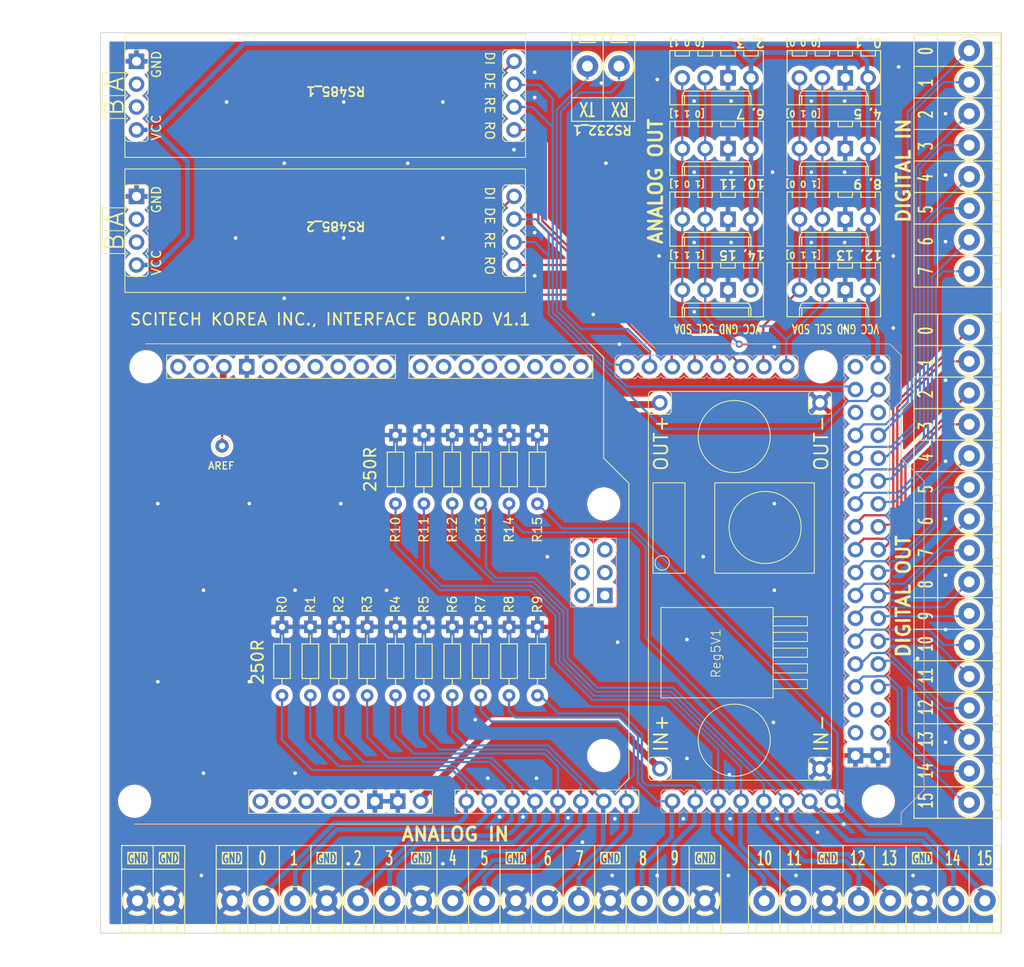
<source format=kicad_pcb>
(kicad_pcb (version 20221018) (generator pcbnew)

  (general
    (thickness 1.6)
  )

  (paper "A4")
  (layers
    (0 "F.Cu" signal)
    (31 "B.Cu" signal)
    (32 "B.Adhes" user "B.Adhesive")
    (33 "F.Adhes" user "F.Adhesive")
    (34 "B.Paste" user)
    (35 "F.Paste" user)
    (36 "B.SilkS" user "B.Silkscreen")
    (37 "F.SilkS" user "F.Silkscreen")
    (38 "B.Mask" user)
    (39 "F.Mask" user)
    (40 "Dwgs.User" user "User.Drawings")
    (41 "Cmts.User" user "User.Comments")
    (42 "Eco1.User" user "User.Eco1")
    (43 "Eco2.User" user "User.Eco2")
    (44 "Edge.Cuts" user)
    (45 "Margin" user)
    (46 "B.CrtYd" user "B.Courtyard")
    (47 "F.CrtYd" user "F.Courtyard")
    (48 "B.Fab" user)
    (49 "F.Fab" user)
    (50 "User.1" user)
    (51 "User.2" user)
    (52 "User.3" user)
    (53 "User.4" user)
    (54 "User.5" user)
    (55 "User.6" user)
    (56 "User.7" user)
    (57 "User.8" user)
    (58 "User.9" user)
  )

  (setup
    (stackup
      (layer "F.SilkS" (type "Top Silk Screen"))
      (layer "F.Paste" (type "Top Solder Paste"))
      (layer "F.Mask" (type "Top Solder Mask") (thickness 0.01))
      (layer "F.Cu" (type "copper") (thickness 0.035))
      (layer "dielectric 1" (type "core") (thickness 1.51) (material "FR4") (epsilon_r 4.5) (loss_tangent 0.02))
      (layer "B.Cu" (type "copper") (thickness 0.035))
      (layer "B.Mask" (type "Bottom Solder Mask") (thickness 0.01))
      (layer "B.Paste" (type "Bottom Solder Paste"))
      (layer "B.SilkS" (type "Bottom Silk Screen"))
      (copper_finish "None")
      (dielectric_constraints no)
    )
    (pad_to_mask_clearance 0)
    (aux_axis_origin 150 0)
    (pcbplotparams
      (layerselection 0x00010fc_ffffffff)
      (plot_on_all_layers_selection 0x0000000_00000000)
      (disableapertmacros false)
      (usegerberextensions false)
      (usegerberattributes true)
      (usegerberadvancedattributes true)
      (creategerberjobfile true)
      (dashed_line_dash_ratio 12.000000)
      (dashed_line_gap_ratio 3.000000)
      (svgprecision 4)
      (plotframeref false)
      (viasonmask false)
      (mode 1)
      (useauxorigin false)
      (hpglpennumber 1)
      (hpglpenspeed 20)
      (hpglpendiameter 15.000000)
      (dxfpolygonmode true)
      (dxfimperialunits true)
      (dxfusepcbnewfont true)
      (psnegative false)
      (psa4output false)
      (plotreference true)
      (plotvalue true)
      (plotinvisibletext false)
      (sketchpadsonfab false)
      (subtractmaskfromsilk false)
      (outputformat 1)
      (mirror false)
      (drillshape 0)
      (scaleselection 1)
      (outputdirectory "gerber/")
    )
  )

  (net 0 "")
  (net 1 "TX1")
  (net 2 "EN_485_1")
  (net 3 "RX1")
  (net 4 "TX2")
  (net 5 "A00")
  (net 6 "A01")
  (net 7 "A02")
  (net 8 "A03")
  (net 9 "A04")
  (net 10 "A05")
  (net 11 "A06")
  (net 12 "A07")
  (net 13 "A08")
  (net 14 "A09")
  (net 15 "A10")
  (net 16 "A11")
  (net 17 "A12")
  (net 18 "A13")
  (net 19 "A14")
  (net 20 "A15")
  (net 21 "VIN")
  (net 22 "AREF")
  (net 23 "GND")
  (net 24 "DO_00")
  (net 25 "DO_01")
  (net 26 "DO_02")
  (net 27 "DO_03")
  (net 28 "DO_04")
  (net 29 "DO_05")
  (net 30 "DO_06")
  (net 31 "DO_07")
  (net 32 "DO_08")
  (net 33 "DO_09")
  (net 34 "DO_10")
  (net 35 "DO_11")
  (net 36 "DO_12")
  (net 37 "DO_13")
  (net 38 "DO_14")
  (net 39 "DO_15")
  (net 40 "DI_00")
  (net 41 "DI_01")
  (net 42 "DI_02")
  (net 43 "DI_03")
  (net 44 "DI_04")
  (net 45 "DI_05")
  (net 46 "DI_06")
  (net 47 "DI_07")
  (net 48 "5V")
  (net 49 "SCL")
  (net 50 "SDA")
  (net 51 "EN_485_2")
  (net 52 "RX2")
  (net 53 "RX3")
  (net 54 "TX3")
  (net 55 "unconnected-(RS485_1-A-Pad6)")
  (net 56 "unconnected-(RS485_1-B-Pad7)")
  (net 57 "unconnected-(RS485_2-A-Pad6)")
  (net 58 "unconnected-(RS485_2-B-Pad7)")
  (net 59 "unconnected-(MEGA2560-PadSDA)")
  (net 60 "unconnected-(MEGA2560-PadSCL)")
  (net 61 "unconnected-(MEGA2560-SPI_SCK-PadSCK)")
  (net 62 "unconnected-(MEGA2560-SPI_RESET-PadRST2)")
  (net 63 "unconnected-(MEGA2560-RESET-PadRST1)")
  (net 64 "unconnected-(MEGA2560-SPI_MOSI-PadMOSI)")
  (net 65 "unconnected-(MEGA2560-SPI_MISO-PadMISO)")
  (net 66 "unconnected-(MEGA2560-IOREF-PadIORF)")
  (net 67 "unconnected-(MEGA2560-SPI_GND-PadGND4)")
  (net 68 "unconnected-(MEGA2560-D53_CS-PadD53)")
  (net 69 "unconnected-(MEGA2560-D52_SCK-PadD52)")
  (net 70 "unconnected-(MEGA2560-D51_MOSI-PadD51)")
  (net 71 "unconnected-(MEGA2560-D50_MISO-PadD50)")
  (net 72 "unconnected-(MEGA2560-PadD13)")
  (net 73 "unconnected-(MEGA2560-PadD12)")
  (net 74 "unconnected-(MEGA2560-PadD11)")
  (net 75 "unconnected-(MEGA2560-PadD10)")
  (net 76 "unconnected-(MEGA2560-PadD9)")
  (net 77 "unconnected-(MEGA2560-PadD8)")
  (net 78 "unconnected-(MEGA2560-PadD7)")
  (net 79 "unconnected-(MEGA2560-PadD6)")
  (net 80 "unconnected-(MEGA2560-PadD5)")
  (net 81 "unconnected-(MEGA2560-PadD4)")
  (net 82 "unconnected-(MEGA2560-D3_INT1-PadD3)")
  (net 83 "unconnected-(MEGA2560-D2_INT0-PadD2)")
  (net 84 "unconnected-(MEGA2560-D1{slash}TX0-PadD1)")
  (net 85 "unconnected-(MEGA2560-D0{slash}RX0-PadD0)")
  (net 86 "unconnected-(MEGA2560-5V-Pad5V3)")
  (net 87 "unconnected-(MEGA2560-SPI_5V-Pad5V2)")
  (net 88 "unconnected-(MEGA2560-5V-Pad5V1)")
  (net 89 "unconnected-(MEGA2560-3.3V-Pad3V3)")
  (net 90 "LED_2")
  (net 91 "LED_1")

  (footprint "ScitechKorea:Holder485" (layer "F.Cu") (at 125.91 70.8 90))

  (footprint "TestPoint:TestPoint_THTPad_D1.5mm_Drill0.7mm" (layer "F.Cu") (at 93.5 105.9 180))

  (footprint "ScitechKorea:Terminal_08" (layer "F.Cu") (at 153.675 156.4))

  (footprint "Resistor_THT:R_Axial_DIN0204_L3.6mm_D1.6mm_P7.62mm_Horizontal" (layer "F.Cu") (at 122.2 112.31 90))

  (footprint "Resistor_THT:R_Axial_DIN0204_L3.6mm_D1.6mm_P7.62mm_Horizontal" (layer "F.Cu") (at 119.05 112.31 90))

  (footprint "ScitechKorea:Terminal_02" (layer "F.Cu") (at 137.45 63.72 180))

  (footprint "Resistor_THT:R_Axial_DIN0204_L3.6mm_D1.6mm_P7.62mm_Horizontal" (layer "F.Cu") (at 125.35 112.31 90))

  (footprint "ScitechKorea:Holder485" (layer "F.Cu") (at 125.91 85.8 90))

  (footprint "Resistor_THT:R_Axial_DIN0204_L3.6mm_D1.6mm_P7.62mm_Horizontal" (layer "F.Cu") (at 115.9 133.61 90))

  (footprint "Resistor_THT:R_Axial_DIN0204_L3.6mm_D1.6mm_P7.62mm_Horizontal" (layer "F.Cu") (at 128.5 133.61 90))

  (footprint "ScitechKorea:I2C_Socket" (layer "F.Cu") (at 144.58 88.57))

  (footprint "ScitechKorea:Terminal_16" (layer "F.Cu") (at 94.6 156.4))

  (footprint "Resistor_THT:R_Axial_DIN0204_L3.6mm_D1.6mm_P7.62mm_Horizontal" (layer "F.Cu") (at 122.2 133.61 90))

  (footprint "Resistor_THT:R_Axial_DIN0204_L3.6mm_D1.6mm_P7.62mm_Horizontal" (layer "F.Cu") (at 125.35 133.61 90))

  (footprint "ScitechKorea:Terminal_16" (layer "F.Cu")
    (tstamp 82ba54e0-d9a3-4eb8-b16f-836390da95cf)
    (at 176.425 145.5 90)
    (property "Sheetfile" "megaPCB.kicad_sch")
    (property "Sheetname" "")
    (property "ki_description" "Generic screw terminal, single row, 01x16, script generated (kicad-library-utils/schlib/autogen/connector/)")
    (property "ki_keywords" "screw terminal")
    (path "/0a22604f-efdc-4349-aaa6-b8dfcb193ce4")
    (attr through_hole)
    (fp_text reference "J2" (at -6.1 -7.9 90 unlocked) (layer "F.SilkS") hide
        (effects (font (size 1 1) (thickness 0.1)))
      (tstamp 35139d77-017b-4936-a9a1-66e6e30b1ba5)
    )
    (fp_text value "Screw_Terminal_01x16" (at -6.1 -6.4 90 unlocked) (layer "F.Fab") hide
        (effects (font (size 1 1) (thickness 0.15)))
      (tstamp 93890ad7-21bd-4a77-93b8-0e8f63e71015)
    )
    (fp_text user "${REFERENCE}" (at -2.8 2.675 90) (layer "F.Fab")
        (effects (font (size 1 1) (thickness 0.15)))
      (tstamp 8269f258-0b3e-4053-9114-db944b6aed70)
    )
    (fp_line (start -1.75 -6.125) (end 54.25 -6.125)
      (stroke (width 0.12) (type solid)) (layer "F.SilkS") (tstamp 9c5f033d-d241-4000-a32f-090f75ffdff6))
    (fp_line (start -1.75 -3.5) (end -1.75 -6.125)
      (stroke (width 0.12) (type solid)) (layer "F.SilkS") (tstamp fa2a6b58-ada3-434c-86e3-235226c9d242))
    (fp_line (start -1.75 -3.5) (end -1.75 3.5)
      (stroke (width 0.12) (type solid)) (layer "F.SilkS") (tstamp f1329992-4e37-4aa2-be6a-064554492d32))
    (fp_line (start -1.75 -3.5) (end 54.25 -3.5)
      (stroke (width 0.12) (type solid)) (layer "F.SilkS") (tstamp 08afdbf9-77c4-4ca3-b46a-fd317d091ac7))
    (fp_line (start -1.75 3.5) (end 54.25 3.5)
      (stroke (width 0.12) (type solid)) (layer "F.SilkS") (tstamp 23e66bb2-a647-48c5-8542-2599a0247bb2))
    (fp_line (start -0.875 2.625) (end 0.875 2.625)
      (stroke (width 0.12) (type solid)) (layer "F.SilkS") (tstamp 7bcad752-1c77-423c-8841-cf588c73dd16))
    (fp_line (start -0.875 3.5) (end -0.875 2.625)
      (stroke (width 0.12) (type solid)) (layer "F.SilkS") (tstamp d8a86204-da31-428a-91a6-d84aa8e06daf))
    (fp_line (start 0.875 2.625) (end 0.875 3.5)
      (stroke (width 0.12) (type solid)) (layer "F.SilkS") (tstamp a94d1be1-5d3e-4478-9b9b-3df263765cc1))
    (fp_line (start 1.75 -6.125) (end 1.75 3.5)
      (stroke (width 0.12) (type solid)) (layer "F.SilkS") (tstamp 39051a52-0297-462a-99a8-cf2cb412fac7))
    (fp_line (start 2.625 2.625) (end 4.375 2.625)
      (stroke (width 0.12) (type solid)) (layer "F.SilkS") (tstamp 41b611a5-cb82-4f6a-a8dd-c4d07dc3d7db))
    (fp_line (start 2.625 3.5) (end 2.625 2.625)
      (stroke (width 0.12) (type solid)) (layer "F.SilkS") (tstamp dd18f381-2044-4e35-bd7a-8858ecab9fb5))
    (fp_line (start 4.375 2.625) (end 4.375 3.5)
      (stroke (width 0.12) (type solid)) (layer "F.SilkS") (tstamp 54f65a5a-ea43-4226-811e-82dac2064cc5))
    (fp_line (start 5.25 -6.125) (end 5.25 3.5)
      (stroke (width 0.12) (type solid)) (layer "F.SilkS") (tstamp 5fd48d34-d535-42a1-9176-5438df76bf51))
    (fp_line (start 6.125 2.625) (end 7.875 2.625)
      (stroke (width 0.12) (type solid)) (layer "F.SilkS") (tstamp 3ef2a0c3-9b14-49a7-ac23-6801ec6d404b))
    (fp_line (start 6.125 3.5) (end 6.125 2.625)
      (stroke (width 0.12) (type solid)) (layer "F.SilkS") (tstamp 03734158-0007-4fca-b6ab-d7c9a78dbad7))
    (fp_line (start 7.875 2.625) (end 7.875 3.5)
      (stroke (width 0.12) (type solid)) (layer "F.SilkS") (tstamp 3ddb5a8d-b4b5-4ef5-b2f1-09bcba19b399))
    (fp_line (start 8.75 -6.125) (end 8.75 3.5)
      (stroke (width 0.12) (type solid)) (layer "F.SilkS") (tstamp e317076b-2557-4fe8-a1ed-a1347e4bf7b7))
    (fp_line (start 9.625 2.625) (end 11.375 2.625)
      (stroke (width 0.12) (type solid)) (layer "F.SilkS") (tstamp d4978c4a-92c1-4dc7-a7b4-5a066d5ef432))
    (fp_line (start 9.625 3.5) (end 9.625 2.625)
      (stroke (width 0.12) (type solid)) (layer "F.SilkS") (tstamp c7b410bc-867a-4697-85a8-55393135f722))
    (fp_line (start 11.375 2.625) (end 11.375 3.5)
      (stroke (width 0.12) (type solid)) (layer "F.SilkS") (tstamp eabd3541-4b7a-4774-bd1a-91098f91bc43))
    (fp_line (start 12.25 -6.125) (end 12.25 3.5)
      (stroke (width 0.12) (type solid)) (layer "F.SilkS") (tstamp 0fa236aa-a9bb-4d98-acb6-eb3f057204c6))
    (fp_line (start 13.125 2.625) (end 14.875 2.625)
      (stroke (width 0.12) (type solid)) (layer "F.SilkS") (tstamp 9daa59bb-fcc1-4689-9df8-6861d7bafa28))
    (fp_line (start 13.125 3.5) (end 13.125 2.625)
      (stroke (width 0.12) (type solid)) (layer "F.SilkS") (tstamp 100d3f62-6421-4fbf-8b48-ae523f4863df))
    (fp_line (start 14.875 2.625) (end 14.875 3.5)
      (stroke (width 0.12) (type solid)) (layer "F.SilkS") (tstamp 5f44dbb4-6745-4f50-94a1-c7f9a7692501))
    (fp_line (start 15.75 -6.125) (end 15.75 3.5)
      (stroke (width 0.12) (type solid)) (layer "F.SilkS") (tstamp c1e67808-6184-4080-b8fc-e4b55592a3bb))
    (fp_line (start 16.625 2.625) (end 18.375 2.625)
      (stroke (width 0.12) (type solid)) (layer "F.SilkS") (tstamp 9c14edec-02ea-4096-841c-4d76e66a6d1b))
    (fp_line (start 16.625 3.5) (end 16.625 2.625)
      (stroke (width 0.12) (type solid)) (layer "F.SilkS") (tstamp d91e5d51-e674-48e2-adbf-54d64b69ba58))
    (fp_line (start 18.375 2.625) (end 18.375 3.5)
      (stroke (width 0.12) (type solid)) (layer "F.SilkS") (tstamp 43bf2c1d-7305-48c8-a2ee-614b71544ad8))
    (fp_line (start 19.25 -6.125) (end 19.25 3.5)
      (stroke (width 0.12) (type solid)) (layer "F.SilkS") (tstamp 5aafc7eb-62af-48f2-9c21-1dfe0d25b4c6))
    (fp_line (start 20.125 2.625) (end 21.875 2.625)
      (stroke (width 0.12) (type solid)) (layer "F.SilkS") (tstamp a4cca183-6c7c-41ec-830b-04b493464aa8))
    (fp_line (start 20.125 3.5) (end 20.125 2.625)
      (stroke (width 0.12) (type solid)) (layer "F.SilkS") (tstamp 839d9fff-93d4-4f9b-83d1-dab7c03c3bfc))
    (fp_line (start 21.875 2.625) (end 21.875 3.5)
      (stroke (width 0.12) (type solid)) (layer "F.SilkS") (tstamp 832a0668-8221-44e1-87af-2382bbcd4538))
    (fp_line (start 22.75 -6.125) (end 22.75 3.5)
      (stroke (width 0.12) (type solid)) (layer "F.SilkS") (tstamp de920423-d1c2-43c2-9d03-2cfc8c22c86f))
    (fp_line (start 23.625 2.625) (end 25.375 2.625)
      (stroke (width 0.12) (type solid)) (layer "F.SilkS") (tstamp e0dab445-9eec-4697-8bde-28cb65a64bb3))
    (fp_line (start 23.625 3.5) (end 23.625 2.625)
      (stroke (width 0.12) (type solid)) (layer "F.SilkS") (tstamp d845520d-a4fb-46b8-9f82-4ba8c38a36ff))
    (fp_line (start 25.375 2.625) (end 25.375 3.5)
      (stroke (width 0.12) (type solid)) (layer "F.SilkS") (tstamp dc883ddd-ee99-439a-a18a-75c980c6ee52))
    (fp_line (start 26.25 -6.125) (end 26.25 3.5)
      (stroke (width 0.12) (type solid)) (layer "F.SilkS") (tstamp c8fc3096-e7c1-4307-92c8-6ff448634727))
    (fp_line (start 27.125 2.625) (end 28.875 2.625)
      (stroke (width 0.12) (type solid)) (layer "F.SilkS") (tstamp 4097f69e-2bd5-412f-9a42-ed32adc2deb6))
    (fp_line (start 27.125 3.5) (end 27.125 2.625)
      (stroke (width 0.12) (type solid)) (layer "F.SilkS") (tstamp b156c731-2857-4292-a096-39d5cde6b472))
    (fp_line (start 28.875 2.625) (end 28.875 3.5)
      (stroke (width 0.12) (type solid)) (layer "F.SilkS") (tstamp 84c688f7-b3d5-430d-b6fa-fde2039f361d))
    (fp_line (start 29.75 -6.125) (end 29.75 3.5)
      (stroke (width 0.12) (type solid)) (layer "F.SilkS") (tstamp 5d4a4e7e-4223-4afa-a2d4-58d36a4f3128))
    (fp_line (start 30.625 2.625) (end 32.375 2.625)
      (stroke (width 0.12) (type solid)) (layer "F.SilkS") (tstamp 869b418d-cf9c-415a-bbca-f6fad4fad2a4))
    (fp_line (start 30.625 3.5) (end 30.625 2.625)
      (stroke (width 0.12) (type solid)) (layer "F.SilkS") (tstamp 247d828d-2ea6-45c5-9e55-ce3612b0f0cc))
    (fp_line (start 32.375 2.625) (end 32.375 3.5)
      (stroke (width 0.12) (type solid)) (layer "F.SilkS") (tstamp dcd7fb77-9231-461a-8acc-a95f314b4bfb))
    (fp_line (start 33.25 -6.125) (end 33.25 2.625)
      (stroke (width 0.12) (type solid)) (layer "F.SilkS") (tstamp ff47d419-5157-4c74-afe8-77da9f644c22))
    (fp_line (start 33.25 2.625) (end 33.25 3.5)
      (stroke (width 0.12) (type solid)) (layer "F.SilkS") (tstamp 338473d0-0455-4e88-aecc-9bc082d26e44))
    (fp_line (start 34.125 2.625) (end 35.875 2.625)
      (stroke (width 0.12) (type solid)) (layer "F.SilkS") (tstamp 45b540ca-6199-4142-861e-562714fef5e7))
    (fp_line (start 34.125 3.5) (end 34.125 2.625)
      (stroke (width 0.12) (type solid)) (layer "F.SilkS") (tstamp aa05f9a2-c1c3-4d93-9cba-5e84f0ae13bf))
    (fp_line (start 35.875 2.625) (end 35.875 3.5)
      (stroke (width 0.12) (type solid)) (layer "F.SilkS") (tstamp a6822e40-10ee-46e7-bcd8-c4939121af94))
    (fp_line (start 36.75 -6.125) (end 36.75 3.5)
      (stroke (width 0.12) (type solid)) (layer "F.SilkS") (tstamp 94d5e88a-4c6a-4786-8949-6e99ec7ba43d))
    (fp_line (start 37.625 2.625) (end 39.375 2.625)
      (stroke (width 0.12) (type solid)) (layer "F.SilkS") (tstamp 7465fb52-1638-4e88-8123-c5605d4b4eed))
    (fp_line (start 37.625 3.5) (end 37.625 2.625)
      (stroke (width 0.12) (type solid)) (layer "F.SilkS") (tstamp f490ef13-9e19-4f75-bdd3-d58e610e16fc))
    (fp_line (start 39.375 2.625) (end 39.375 3.5)
      (stroke (width 0.12) (type solid)) (layer "F.SilkS") (tstamp 124c379f-3596-489e-aaf3-9558ddc43a34))
    (fp_line (start 40.25 -6.125) (end 40.25 3.5)
      (stroke (width 0.12) (type solid)) (layer "F.SilkS") (tstamp 2769c7d6-dd36-423c-98a9-1f4136f2b50c))
    (fp_line (start 41.125 2.625) (end 42.875 2.625)
      (stroke (width 0.12) (type solid)) (layer "F.SilkS") (tstamp ce4a8778-611d-49fa-b67c-51ebc598ba18))
    (fp_line (start 41.125 3.5) (end 41.125 2.625)
      (stroke (width 0.12) (type solid)) (layer "F.SilkS") (tstamp 24b37d74-50ec-49e7-bfc0-2c6535f43ec9))
    (fp_line (start 42.875 2.625) (end 42.875 3.5)
      (stroke (width 0.12) (type solid)) (layer "F.SilkS") (tstamp 1da8847e-7d75-4496-9436-5d3602261fa2))
    (fp_line (start 43.75 -6.125) (end 43.75 3.5)
      (stroke (width 0.12) (type solid)) (layer "F.SilkS") (tstamp d5b4ffe8-4352-4008-9e7f-f26a303ed51b))
    (fp_line (start 44.625 2.625) (end 46.375 2.625)
      (stroke (width 0.12) (type solid)) (layer "F.SilkS") (tstamp e7e23770-005d-4a23-90e5-313a99a7ced7))
    (fp_line (start 44.625 3.5) (end 44.625 2.625)
      (stroke (width 0.12) (type solid)) (layer "F.SilkS") (tstamp b2a80f35-14d9-4492-a310-4ffaf2bab03f))
    (fp_line (start 46.375 2.625) (end 46.375 3.5)
      (stroke (width 0.12) (type solid)) (layer "F.SilkS") (tstamp ad71e2e2-002a-4767-a604-9ff80be10e30))
    (fp_line (start 47.25 -6.125) (end 47.25 3.5)
      (stroke (width 0.12) (type solid)) (layer "F.SilkS") (tstamp a08a2bd5-329d-42c2-95f3-3f1ef234894c))
    (fp_line (start 48.125 2.625) (end 49.875 2.625)
      (stroke (width 0.12) (type solid)) (layer "F.SilkS") (tstamp 5afa3da2-16a3-48fb-af80-244ee313faf1))
    (fp_line (start 48.125 3.5) (end 48.125 2.625)
      (stroke (width 0.12) (type solid)) (layer "F.SilkS") (tstamp 5d1090ba-14cb-4b14-b19e-7bd00c30843e))
    (fp_line (start 49.875 2.625) (end 49.875 3.5)
      (stroke (width 0.12) (type solid)) (layer "F.SilkS") (tstamp aac39643-3e1f-41fe-ae9f-0c3f4ff1f7aa))
    (fp_line (start 50.75 -6.125) (end 50.75 3.5)
      (stroke (width 0.12) (type solid)) (layer "F.SilkS") (tstamp 4ef3c708-98fa-4e56-9f1a-38f5cf6827a8))
    (fp_line (start 51.625 2.625) (end 53.375 2.625)
      (stroke (width 0.12) (type solid)) (layer "F.SilkS") (tstamp 41c5a88a-eedf-4247-857b-c0c7dd78860b))
    (fp_line (start 51.625 3.5) (end 51.625 2.625)
      (stroke (width 0.12) (type solid)) (layer "F.SilkS") (tstamp fb8b4ab5-ad2b-4253-8fdb-4301eb34ed3d))
    (fp_line (start 53.375 2.625) (end 53.375 3.5)
      (stroke (width 0.12) (type solid)) (layer "F.SilkS") (tstamp 7d30b97c-2b05-43bb-b1f3-2aaeb86c5654))
    (fp_line (start 54.25 -6.125) (end 54.25 -3.5)
      (stroke (width 0.12) (type solid)) (layer "F.SilkS") (tstamp 0c9725be-1871-42f2-8589-f67095bcb3e7))
    (fp_line (start 54.25 -3.5) (end 54.25 3.5)
      (stroke (width 0.12) (type solid)) (layer "F.SilkS") (tstamp e31b8b4a-8d54-4218-85c0-ef7d3321d5da))
    (fp_circle (center 0 0.0056) (end 1.555 0.0056)
      (stroke (width 0.12) (type solid)) (fill none) (layer "F.SilkS") (tstamp 82c82b69-b45a-4f78-955e-a57d0a43f427))
    (fp_circle (center 3.5 0) (end 5.055 0)
      (stroke (width 0.12) (type solid)) (fill none) (layer "F.SilkS") (tstamp cd9eee93-0c34-4e66-b426-5e8835b2b909))
    (fp_circle (center 7 0) (end 8.555 0)
      (stroke (width 0.12) (type solid)) (fill none) (layer "F.SilkS") (tstamp 1227902c-32b3-4fc2-b7a1-1479471a8285))
    (fp_circle (center 10.5 0) (end 12.055 0)
      (stroke (width 0.12) (type solid)) (fill none) (layer "F.SilkS") (tstamp 6a56f6b2-a6ea-48e0-a5e5-a8de2ee17645))
    (fp_circle (center 14 0) (end 15.555 0)
      (stroke (width 0.12) (type solid)) (fill none) (layer "F.SilkS") (tstamp 4d9b7b41-f46e-4b83-a22a-0c48357d4435))
    (fp_circle (center 17.5 0) (end 19.055 0)
      (stroke (width 0.12) (type solid)) (fill none) (layer "F.SilkS") (tstamp 1be20118-1c88-4c09-9bde-ec56484dbfc1))
    (fp_circle (center 21 0) (end 22.555 0)
      (stroke (width 0.12) (type solid)) (fill none) (layer "F.SilkS") (tstamp 76829dd2-5d7c-4871-af5d-53f76ae39fe8))
    (fp_circle (center 24.5 0) (end 26.055 0)
      (stroke (width 0.12) (type solid)) (fill none) (layer "F.SilkS") (tstamp d9aacc38-4527-421d-a299-430d02c21138))
    (fp_circle (center 28 0) (end 29.555 0)
      (stroke (width 0.12) (type solid)) (fill none) (layer "F.SilkS") (tstamp d6eb423d-e7ba-4f71-985d-d2c21ab73c2d))
    (fp_circle (center 31.5 0) (end 33.055 0)
      (stroke (width 0.12) (type solid)) (fill none) (layer "F.SilkS") (tstamp b4c43937-dd61-4086-b550-f27dc809c55c))
    (fp_circle (center 35 0) (end 36.555 0)
      (stroke (width 0.12) (type solid)) (fill none) (layer "F.SilkS") (tstamp bcfd142b-d010-444b-8f74-7941f4521956))
    (fp_circle (center 38.5 0) (end 40.055 0)
      (stroke (width 0.12) (type solid)) (fill none) (layer "F.SilkS") (tstamp f9aa4e51-e847-4499-8c2c-502d3cea0c04))
    (fp_circle (center 42 0) (end 43.555 0)
      (stroke (width 0.12) (type solid)) (fill none) (layer "F.SilkS") (tstamp 7bb68415-ecbb-4646-91f6-9f5d43e53b60))
    (fp_circle (center 45.5 0) (end 47.055 0)
      (stroke (width 0.12) (type solid)) (fill none) (layer "F.SilkS") (tstamp d2a58fad-a36f-453b-9d16-4a4d0c18a5af))
    (fp_circle (center 49 0) (end 50.555 0)
      (stroke (width 0.12) (type solid)) (fill none) (layer "F.SilkS") (tstamp 8b2c6d71-0d89-4be4-919d-a063f8c3ed3a))
    (fp_circle (center 52.5 0) (end 54.055 0)
      (stroke (width 0.12) (type solid)) (fill none) (layer "F.SilkS") (tstamp 364f19b8-72c7-4cac-a70f-ee4c97f34821))
    (fp_line (start -1.85 -3.6) (end -1.85 3.6)
      (stroke (width 0.05) (type solid)) (layer "F.CrtYd") (tstamp 7cbf74ee-4acb-412f-8cad-5904fa163fde))
    (fp_line (start -1.85 3.6) (end 54.35 3.6)
      (stroke (width 0.05) (type solid)) (layer "F.CrtYd") (tstamp ac5f3a83-af8d-4a57-9f19-9f6a5176ac2f))
    (fp_line (start 54.35 -3.6) (end -1.85 -3.6)
      (stroke (width 0.05) (type solid)) (layer "F.CrtYd") (tstamp 3aebe942-7822-4582-aada-dd8f741085e8))
    (fp_line (start 54.35 3.6) (end 54.35 -3.6)
      (stroke (width 0.05) (type solid)) (layer "F.CrtYd") (tstamp 3bf6c1b1-65c7-4269-bca7-47d735440d74))
    (fp_line (start -1.7 -3.4) (end 54.2 -3.4)
      (stroke (width 0.1) (type solid)) (layer "F.Fab") (tstamp f5d54fd2-cd8d-4507-aa4b-4e07619ce1c1))
    (fp_line (start -1.7 3.4) (end -1.7 -3.4)
      (stroke (width 0.1) (type solid)) (layer "F.Fab") (tstamp 97cbe4d4-3a8a-45ae-87fe-02f2ac5d4c1b))
    (fp_line (start -1.7 3.4) (end 54.2 3.4)
      (stroke (width 0.1) (type solid)) (layer "F.Fab") (tstamp bfe3873e-0fb4-40b2-b7bd-d752391d8f69))
    (fp_line (start -1.1 -0.069) (end -0.069 -0.069)
      (stroke (width 0.1) (type solid)) (layer "F.Fab") (tstamp b4e4de86-a2e5-4225-9cbe-494d0e2b870e))
    (fp_line (start -1.1 0.069) (end -1.1 -0.069)
      (stroke (width 0.1) (type solid)) (layer "F.Fab") (tstamp 62fb1aed-8be9-4abd-99ec-7d8ca3de9985))
    (fp_line (start -0.069 -1.1) (end 0.069 -1.1)
      (stroke (width 0.1) (type solid)) (layer "F.Fab") (tstamp 344d5b70-16c9-4576-affa-9ae96d921365))
    (fp_line (start -0.069 -0.069) (end -0.069 -1.1)
      (stroke (width 0.1) (type solid)) (layer "F.Fab") (tstamp 62fdf183-6c57-4814-b188-13d289a8ecdd))
    (fp_line (start -0.069 0.069) (end -1.1 0.069)
      (stroke (width 0.1) (type solid)) (layer "F.Fab") (tstamp 1c6c1a2c-8528-4b3c-af93-7015f83ddd17))
    (fp_line (start -0.069 1.1) (end -0.069 0.069)
      (stroke (width 0.1) (type solid)) (layer "F.Fab") (tstamp e88a8d31-86ee-481f-ac94-2b08cdc013ef))
    (fp_line (start 0.069 -1.1) (end 0.069 -0.069)
      (stroke (width 0.1) (type solid)) (layer "F.Fab") (tstamp ca1d2f86-d6f8-48b3-80ea-fc75d4bf8c6d))
    (fp_line (start 0.069 -0.069) (end 1.1 -0.069)
      (stroke (width 0.1) (type solid)) (layer "F.Fab") (tstamp eef2fb05-93ad-4320-9ea8-b4ea14f3fbb1))
    (fp_line (start 0.069 0.069) (end 0.069 1.1)
      (stroke (width 0.1) (type solid)) (layer "F.Fab") (tstamp 7abfddb5-2868-4284-954c-141d7337aa41))
    (fp_line (start 0.069 1.1) (end -0.069 1.1)
      (stroke (width 0.1) (type solid)) (layer "F.Fab") (tstamp 30e0aa1d-dac7-485c-acd5-79661c5dd3e4))
    (fp_line (start 1.1 -0.069) (end 1.1 0.069)
      (stroke (width 0.1) (type solid)) (layer "F.Fab") (tstamp c012df61-b10d-4ca9-8d04-2d2dc7f4de50))
    (fp_line (start 1.1 0.069) (end 0.069 0.069)
      (stroke (width 0.1) (type solid)) (layer "F.Fab") (tstamp 2c41d123-54c1-489b-acd7-bbf2160cad7b))
    (fp_line (start 2.4 -0.069) (end 3.431 -0.069)
      (stroke (width 0.1) (type solid)) (layer "F.Fab") (tstamp d1ed4a6f-e04e-4bae-9de4-99aee704eafb))
    (fp_line (start 2.4 0.069) (end 2.4 -0.069)
      (stroke (width 0.1) (type solid)) (layer "F.Fab") (tstamp 828552fe-e919-4ffc-b6bc-78ab4c227a1a))
    (fp_line (start 3.431 -1.1) (end 3.569 -1.1)
      (stroke (width 0.1) (type solid)) (layer "F.Fab") (tstamp 98982534-21f8-4208-a059-d65d6a05db88))
    (fp_line (start 3.431 -0.069) (end 3.431 -1.1)
      (stroke (width 0.1) (type solid)) (layer "F.Fab") (tstamp 74eeed57-9d61-4ddc-92a2-a33b5817cde7))
    (fp_line (start 3.431 0.069) (end 2.4 0.069)
      (stroke (width 0.1) (type solid)) (layer "F.Fab") (tstamp d4d879a1-cbda-41e6-9168-cf7d2ce27991))
    (fp_line (start 3.431 1.1) (end 3.431 0.069)
      (stroke (width 0.1) (type solid)) (layer "F.Fab") (tstamp 04432a53-045a-4111-9961-0fbb5a53e199))
    (fp_line (start 3.569 -1.1) (end 3.569 -0.069)
      (stroke (width 0.1) (type solid)) (layer "F.Fab") (tstamp fabea8af-2c1f-4026-a69b-ca9b9a659970))
    (fp_line (start 3.569 -0.069) (end 4.6 -0.069)
      (stroke (width 0.1) (type solid)) (layer "F.Fab") (tstamp 7e30e610-d068-477c-9ee8-34221ea7b378))
    (fp_line (start 3.569 0.069) (end 3.569 1.1)
      (stroke (width 0.1) (type solid)) (layer "F.Fab") (tstamp 2007175b-0d63-4680-8345-8ddf9d0eb40b))
    (fp_line (start 3.569 1.1) (end 3.431 1.1)
      (stroke (width 0.1) (type solid)) (layer "F.Fab") (tstamp b5774d88-bde0-4a01-8781-dc0c001af9ef))
    (fp_line (start 4.6 -0.069) (end 4.6 0.069)
      (stroke (width 0.1) (type solid)) (layer "F.Fab") (tstamp 55e5f508-e5ab-4b04-ad51-408dd898e075))
    (fp_line (start 4.6 0.069) (end 3.569 0.069)
      (stroke (width 0.1) (type solid)) (layer "F.Fab") (tstamp 4adc73f0-4cf8-4875-bba3-27c23a802d5a))
    (fp_line (start 5.9 -0.069) (end 6.931 -0.069)
      (stroke (width 0.1) (type solid)) (layer "F.Fab") (tstamp f66473c3-18fa-4b9c-8745-a5bf1bbd658a))
    (fp_line (start 5.9 0.069) (end 5.9 -0.069)
      (stroke (width 0.1) (type solid)) (layer "F.Fab") (tstamp 0c4e5d5d-e4d3-4b04-a45a-83fdd0a3f021))
    (fp_line (start 6.931 -1.1) (end 7.069 -1.1)
      (stroke (width 0.1) (type solid)) (layer "F.Fab") (tstamp 5210df8d-f3df-4677-831a-ed8c0554329a))
    (fp_line (start 6.931 -0.069) (end 6.931 -1.1)
      (stroke (width 0.1) (type solid)) (layer "F.Fab") (tstamp 51791ff4-0bd5-4533-9f6e-da00407211d3))
    (fp_line (start 6.931 0.069) (end 5.9 0.069)
      (stroke (width 0.1) (type solid)) (layer "F.Fab") (tstamp 26a3db4a-e96e-4723-8a81-9b22de359164))
    (fp_line (start 6.931 1.1) (end 6.931 0.069)
      (stroke (width 0.1) (type solid)) (layer "F.Fab") (tstamp f136981d-db64-49c7-a745-8d965fd0084f))
    (fp_line (start 7.069 -1.1) (end 7.069 -0.069)
      (stroke (width 0.1) (type solid)) (layer "F.Fab") (tstamp 30e15d00-5020-4238-ab54-9e2549a42295))
    (fp_line (start 7.069 -0.069) (end 8.1 -0.069)
      (stroke (width 0.1) (type solid)) (layer "F.Fab") (tstamp 2ac7d418-8128-45a5-a65f-ea10f4d1fc39))
    (fp_line (start 7.069 0.069) (end 7.069 1.1)
      (stroke (width 0.1) (type solid)) (layer "F.Fab") (tstamp 15169e7a-8122-47b8-868c-c2eafeca90f4))
    (fp_line (start 7.069 1.1) (end 6.931 1.1)
      (stroke (width 0.1) (type solid)) (layer "F.Fab") (tstamp df034f3c-5e8b-4850-865d-6fb9779fa1dc))
    (fp_line (start 8.1 -0.069) (end 8.1 0.069)
      (stroke (width 0.1) (type solid)) (layer "F.Fab") (tstamp 7ae13ec9-7b4d-45cb-8820-1729ac9a35ae))
    (fp_line (start 8.1 0.069) (end 7.069 0.069)
      (stroke (width 0.1) (type solid)) (layer "F.Fab") (tstamp 09297288-786f-41ec-8110-a7d55ef0b763))
    (fp_line (start 9.4 -0.069) (end 10.431 -0.069)
      (stroke (width 0.1) (type solid)) (layer "F.Fab") (tstamp b6c366c0-ae27-4b30-8f12-cfa9987f8a90))
    (fp_line (start 9.4 0.069) (end 9.4 -0.069)
      (stroke (width 0.1) (type solid)) (layer "F.Fab") (tstamp 29ca131d-5a9c-484e-af87-66fa59b77b0d))
    (fp_line (start 10.431 -1.1) (end 10.569 -1.1)
      (stroke (width 0.1) (type solid)) (layer "F.Fab") (tstamp 85f864f2-1d3f-44d7-aa97-6633dd1ba3e7))
    (fp_line (start 10.431 -0.069) (end 10.431 -1.1)
      (stroke (width 0.1) (type solid)) (layer "F.Fab") (tstamp 3c685ade-c92d-4744-8b9e-93f58bd72d56))
    (fp_line (start 10.431 0.069) (end 9.4 0.069)
      (stroke (width 0.1) (type solid)) (layer "F.Fab") (tstamp ce9d147d-474a-4e44-8c3b-aefe2a53b62c))
    (fp_line (start 10.431 1.1) (end 10.431 0.069)
      (stroke (width 0.1) (type solid)) (layer "F.Fab") (tstamp ded5a838-79b0-4649-b773-14ca651e1862))
    (fp_line (start 10.569 -1.1) (end 10.569 -0.069)
      (stroke (width 0.1) (type solid)) (layer "F.Fab") (tstamp 0bc2f808-08ec-44db-960f-e00452c752e9))
    (fp_line (start 10.569 -0.069) (end 11.6 -0.069)
      (stroke (width 0.1) (type solid)) (layer "F.Fab") (tstamp 071ac2a5-fdbd-4bed-87bd-fa4c98d2d229))
    (fp_line (start 10.569 0.069) (end 10.569 1.1)
      (stroke (width 0.1) (type solid)) (layer "F.Fab") (tstamp 74ce4bc5-e051-400e-976c-c1fcfe383a25))
    (fp_line (start 10.569 1.1) (end 10.431 1.1)
      (stroke (width 0.1) (type solid)) (layer "F.Fab") (tstamp 99274825-6e7d-4cad-8284-ea80750913ec))
    (fp_line (start 11.6 -0.069) (end 11.6 0.069)
      (stroke (width 0.1) (type solid)) (layer "F.Fab") (tstamp ed7aa672-a7c0-4fd2-bdb7-769554b0b8fb))
    (fp_line (start 11.6 0.069) (end 10.569 0.069)
      (stroke (width 0.1) (type solid)) (layer "F.Fab") (tstamp da788187-9073-4bd8-bf2f-c98ec315aeb5))
    (fp_line (start 12.9 -0.069) (end 13.931 -0.069)
      (stroke (width 0.1) (type solid)) (layer "F.Fab") (tstamp 8820c61d-c410-40c4-a16e-9a68d0991dde))
    (fp_line (start 12.9 0.069) (end 12.9 -0.069)
      (stroke (width 0.1) (type solid)) (layer "F.Fab") (tstamp f4ae155b-b3b6-4b83-abf7-c5d834449c1b))
    (fp_line (start 13.931 -1.1) (end 14.069 -1.1)
      (stroke (width 0.1) (type solid)) (layer "F.Fab") (tstamp 051ab3ca-2c4f-401f-8f0f-54929cd69b7f))
    (fp_line (start 13.931 -0.069) (end 13.931 -1.1)
      (stroke (width 0.1) (type solid)) (layer "F.Fab") (tstamp e09e8ebc-952e-4ded-967d-bab9a5b90828))
    (fp_line (start 13.931 0.069) (end 12.9 0.069)
      (stroke (width 0.1) (type solid)) (layer "F.Fab") (tstamp 31cd4a6c-a87e-4241-8de2-e1516550e297))
    (fp_line (start 13.931 1.1) (end 13.931 0.069)
      (stroke (width 0.1) (type solid)) (layer "F.Fab") (tstamp 434cb87a-c73c-4462-bdad-6bf845c35aa5))
    (fp_line (start 14.069 -1.1) (end 14.069 -0.069)
      (stroke (width 0.1) (type solid)) (layer "F.Fab") (tstamp 6f3b8372-15df-4786-b460-e92c0eb37a4f))
    (fp_line (start 14.069 -0.069) (end 15.1 -0.069)
      (stroke (width 0.1) (type solid)) (layer "F.Fab") (tstamp dba0313d-7333-4cf7-af12-64d8cc298b68))
    (fp_line (start 14.069 0.069) (end 14.069 1.1)
      (stroke (width 0.1) (type solid)) (layer "F.Fab") (tstamp fa17762a-ad83-476b-97ff-cc06a079d7ee))
    (fp_line (start 14.069 1.1) (end 13.931 1.1)
      (stroke (width 0.1) (type solid)) (layer "F.Fab") (tstamp 533c1721-a252-4d39-8059-7a0d2999a944))
    (fp_line (start 15.1 -0.069) (end 15.1 0.069)
      (stroke (width 0.1) (type solid)) (layer "F.Fab") (tstamp 557448ea-4c9f-4c6c-a917-36e54b1b43e5))
    (fp_line (start 15.1 0.069) (end 14.069 0.069)
      (stroke (width 0.1) (type solid)) (layer "F.Fab") (tstamp e007e509-708b-4d11-a175-238fa18877fa))
    (fp_line (start 16.4 -0.069) (end 17.431 -0.069)
      (stroke (width 0.1) (type solid)) (layer "F.Fab") (tstamp 0ac0edd7-dd11-4821-be63-8f2c8f028d97))
    (fp_line (start 16.4 0.069) (end 16.4 -0.069)
      (stroke (width 0.1) (type solid)) (layer "F.Fab") (tstamp 128e208a-a527-4ecb-91d8-29961e61263a))
    (fp_line (start 17.431 -1.1) (end 17.569 -1.1)
      (stroke (width 0.1) (type solid)) (layer "F.Fab") (tstamp 730f52c4-08ee-47ba-ac7a-e9206b35100a))
    (fp_line (start 17.431 -0.069) (end 17.431 -1.1)
      (stroke (width 0.1) (type solid)) (layer "F.Fab") (tstamp 5103b0c8-95e1-4893-8328-a66e0a15cf5c))
    (fp_line (start 17.431 0.069) (end 16.4 0.069)
      (stroke (width 0.1) (type solid)) (layer "F.Fab") (tstamp 0dc2a7ce-2ae6-495d-b7af-b4f29268a166))
    (fp_line (start 17.431 1.1) (end 17.431 0.069)
      (stroke (width 0.1) (type solid)) (layer "F.Fab") (tstamp 055b4d7c-f131-4867-abfa-869815824281))
    (fp_line (start 17.569 -1.1) (end 17.569 -0.069)
      (stroke (width 0.1) (type solid)) (layer "F.Fab") (tstamp 07227782-b49d-4976-9ae3-794e6ea16c14))
    (fp_line (start 17.569 -0.069) (end 18.6 -0.069)
      (stroke (width 0.1) (type solid)) (layer "F.Fab") (tstamp 101547ea-5e20-417e-994a-b5c368e682ee))
    (fp_line (start 17.569 0.069) (end 17.569 1.1)
      (stroke (width 0.1) (type solid)) (layer "F.Fab") (tstamp b694ccb9-81cb-408e-90cd-a273c9b2af10))
    (fp_line (start 17.569 1.1) (end 17.431 1.1)
      (stroke (width 0.1) (type solid)) (layer "F.Fab") (tstamp a26174f5-3bd0-428c-a392-ff880ef6bca3))
    (fp_line (start 18.6 -0.069) (end 18.6 0.069)
      (stroke (width 0.1) (type solid)) (layer "F.Fab") (tstamp 04b96f20-58a6-4975-a67d-96477a2c27e1))
    (fp_line (start 18.6 0.069) (end 17.569 0.069)
      (stroke (width 0.1) (type solid)) (layer "F.Fab") (tstamp 2906807b-e90c-4fbb-9b45-6443a61981d1))
    (fp_line (start 19.9 -0.069) (end 20.931 -0.069)
      (stroke (width 0.1) (type solid)) (layer "F.Fab") (tstamp 4a7f41aa-bb1c-42b1-a770-a2c8dc46a99f))
    (fp_line (start 19.9 0.069) (end 19.9 -0.069)
      (stroke (width 0.1) (type solid)) (layer "F.Fab") (tstamp 0e783e7e-4b40-4244-8c26-57282b52f47a))
    (fp_line (start 20.931 -1.1) (end 21.069 -1.1)
      (stroke (width 0.1) (type solid)) (layer "F.Fab") (tstamp a386418f-6d4a-4802-b72a-75e5e1590c9b))
    (fp_line (start 20.931 -0.069) (end 20.931 -1.1)
      (stroke (width 0.1) (type solid)) (layer "F.Fab") (tstamp 421c0d6f-3a80-4b6c-a548-c7b0e3df338f))
    (fp_line (start 20.931 0.069) (end 19.9 0.069)
      (stroke (width 0.1) (type solid)) (layer "F.Fab") (tstamp 4cd8bca2-7b3a-42b5-84bc-e4bc6b7551bb))
    (fp_line (start 20.931 1.1) (end 20.931 0.069)
      (stroke (width 0.1) (type solid)) (layer "F.Fab") (tstamp 33613e61-da23-4c31-9034-428304038cc9))
    (fp_line (start 21.069 -1.1) (end 21.069 -0.069)
      (stroke (width 0.1) (type solid)) (layer "F.Fab") (tstamp bf519f78-4830-4eac-a4b1-45170716290e))
    (fp_line (start 21.069 -0.069) (end 22.1 -0.069)
      (stroke (width 0.1) (type solid)) (layer "F.Fab") (tstamp 7c8d156c-5b3f-4573-bf17-8a1cbb1389f3))
    (fp_line (start 21.069 0.069) (end 21.069 1.1)
      (stroke (width 0.1) (type solid)) (layer "F.Fab") (tstamp eabf9200-3650-45c3-9961-6f44557c0bc7))
    (fp_line (start 21.069 1.1) (end 20.931 1.1)
      (stroke (width 0.1) (type solid)) (layer "F.Fab") (tstamp 4f0e4d8b-2f2a-4acd-9048-946917d6abf6))
    (fp_line (start 22.1 -0.069) (end 22.1 0.069)
      (stroke (width 0.1) (type solid)) (layer "F.Fab") (tstamp 19a17652-5080-4622-b78b-3198c4c9ca93))
    (fp_line (start 22.1 0.069) (end 21.069 0.069)
      (stroke (width 0.1) (type solid)) (layer "F.Fab") (tstamp 4d18f635-9620-4164-9b14-14a28f1c5da5))
    (fp_line (start 23.4 -0.069) (end 24.431 -0.069)
      (stroke (width 0.1) (type solid)) (layer "F.Fab") (tstamp 902b7560-201a-46b6-8513-cf4c2104f0f3))
    (fp_line (start 23.4 0.069) (end 23.4 -0.069)
      (stroke (width 0.1) (type solid)) (layer "F.Fab") (tstamp 39db401e-447b-4541-9617-74c8427b2476))
    (fp_line (start 24.431 -1.1) (end 24.569 -1.1)
      (stroke (width 0.1) (type solid)) (layer "F.Fab") (tstamp af7db955-1e3e-4a00-b905-f5c782c9296b))
    (fp_line (start 24.431 -0.069) (end 24.431 -1.1)
      (stroke (width 0.1) (type solid)) (layer "F.Fab") (tstamp 0d0b311e-5a60-4cfa-ae91-bd9a8131b2e2))
    (fp_line (start 24.431 0.069) (end 23.4 0.069)
      (stroke (width 0.1) (type solid)) (layer "F.Fab") (tstamp 27f3d77b-c0e3-4ff8-86db-8f86c6fff26b))
    (fp_line (start 24.431 1.1) (end 24.431 0.069)
      (stroke (width 0.1) (type solid)) (layer "F.Fab") (tstamp 74ae198a-59ec-4725-b148-fada2f6eb228))
    (fp_line (start 24.569 -1.1) (end 24.569 -0.069)
      (stroke (width 0.1) (type solid)) (layer "F.Fab") (tstamp dc6ba8f3-35b0-4937-a2de-0adfe00e68b0))
    (fp_line (start 24.569 -0.069) (end 25.6 -0.069)
      (stroke (width 0.1) (type solid)) (layer "F.Fab") (tstamp e2824ad5-47b7-4ef9-af65-57708d0e7a1f))
    (fp_line (start 24.569 0.069) (end 24.569 1.1)
      (stroke (width 0.1) (type solid)) (layer "F.Fab") (tstamp 63a0b93f-ecd2-498b-85ee-c576678721ea))
    (fp_line (start 24.569 1.1) (end 24.431 1.1)
      (stroke (width 0.1) (type solid)) (layer "F.Fab") (tstamp 8d59dea5-5622-45f8-a131-19bd6d11afd3))
    (fp_line (start 25.6 -0.069) (end 25.6 0.069)
      (stroke (width 0.1) (type solid)) (layer "F.Fab") (tstamp 12409d0c-ecd7-4e06-9005-6e0128740d81))
    (fp_line (start 25.6 0.069) (end 24.569 0.069)
      (stroke (width 0.1) (type solid)) (layer "F.Fab") (tstamp 1dc782d9-69e6-4ddc-b605-3a51223e84a6))
    (fp_line (start 26.9 -0.069) (end 27.931 -0.069)
      (stroke (width 0.1) (type solid)) (layer "F.Fab") (tstamp 765df3f5-0324-4e3e-8f63-da453c4134cb))
    (fp_line (start 26.9 0.069) (end 26.9 -0.069)
      (stroke (width 0.1) (type solid)) (layer "F.Fab") (tstamp c4658965-bf18-47a3-bff5-59974a9e667b))
    (fp_line (start 27.931 -1.1) (end 28.069 -1.1)
      (stroke (width 0.1) (type solid)) (layer "F.Fab") (tstamp 76c6b04e-2521-45b5-86ee-594cf3f09031))
    (fp_line (start 27.931 -0.069) (end 27.931 -1.1)
      (stroke (width 0.1) (type solid)) (layer "F.Fab") (tstamp 73290e39-1b4e-4a2e-98ed-bb079df90786))
    (fp_line (start 27.931 0.069) (end 26.9 0.069)
      (stroke (width 0.1) (type solid)) (layer "F.Fab") (tstamp 58cfce9f-64bb-4ec0-a715-5442642d4cff))
    (fp_line (start 27.931 1.1) (end 27.931 0.069)
      (stroke (width 0.1) (type solid)) (layer "F.Fab") (tstamp 1f07bbb8-d014-48de-b613-f854fc69ca1d))
    (fp_line (start 28.069 -1.1) (end 28.069 -0.069)
      (stroke (width 0.1) (type solid)) (layer "F.Fab") (tstamp d25408dd-aa90-48c9-be19-267248876e43))
    (fp_line (start 28.069 -0.069) (end 29.1 -0.069)
      (stroke (width 0.1) (type solid)) (layer "F.Fab") (tstamp b9769712-2871-41b5-9e4a-84d357a63bf2))
    (fp_line (start 28.069 0.069) (end 28.069 1.1)
      (stroke (width 0.1) (type solid)) (layer "F.Fab") (tstamp 23e85cd0-eb69-4e28-a346-db421cc8bdf1))
    (fp_line (start 28.069 1.1) (end 27.931 1.1)
      (stroke (width 0.1) (type solid)) (layer "F.Fab") (tstamp 5764849b-5f5b-478b-813a-316547f3832d))
    (fp_line (start 29.1 -0.069) (end 29.1 0.069)
      (stroke (width 0.1) (type solid)) (layer "F.Fab") (tstamp 5cb7445a-71bf-4446-ad07-a8f97df829de))
    (fp_line (start 29.1 0.069) (end 28.069 0.069)
      (stroke (width 0.1) (type solid)) (layer "F.Fab") (tstamp ca7b174b-5e64-45f2-a4e8-706aa0401be4))
    (fp_line (start 30.4 -0.069) (end 31.431 -0.069)
      (stroke (width 0.1) (type solid)) (layer "F.Fab") (tstamp 79273c6f-7760-495d-9165-e1e8b7304c35))
    (fp_line (start 30.4 0.069) (end 30.4 -0.069)
      (stroke (width 0.1) (type solid)) (layer "F.Fab") (tstamp 0cf17127-f30e-4bc0-b516-68889b6c432c))
    (fp_line (start 31.431 -1.1) (end 31.569 -1.1)
      (stroke (width 0.1) (type solid)) (layer "F.Fab") (tstamp cc0cacd2-1cd0-4716-b034-0eecab5598b3))
    (fp_line (start 31.431 -0.069) (end 31.431 -1.1)
      (stroke (width 0.1) (type solid)) (layer "F.Fab") (tstamp fe57cfd2-0514-46cd-a0db-d3cb403f838d))
    (fp_line (start 31.431 0.069) (end 30.4 0.069)
      (stroke (width 0.1) (type solid)) (layer "F.Fab") (tstamp 59d8807f-2e5e-4311-b290-83849b3fa131))
    (fp_line (start 31.431 1.1) (end 31.431 0.069)
      (stroke (width 0.1) (type solid)) (layer "F.Fab") (tstamp bafbc8c7-0b04-423a-8708-bcd436c0df5e))
    (fp_line (start 31.569 -1.1) (end 31.569 -0.069)
      (stroke (width 0.1) (type solid)) (layer "F.Fab") (tstamp 3b8c5c47-52a9-46ba-aee4-9afd256e7a29))
    (fp_line (start 31.569 -0.069) (end 32.6 -0.069)
      (stroke (width 0.1) (type solid)) (layer "F.Fab") (tstamp 5163db8a-fe7c-4f62-9995-82ea61cf3434))
    (fp_line (start 31.569 0.069) (end 31.569 1.1)
      (stroke (width 0.1) (type solid)) (layer "F.Fab") (tstamp 642d7691-4a26-4356-bb2f-ef75f254eebe))
    (fp_line (start 31.569 1.1) (end 31.431 1.1)
      (stroke (width 0.1) (type solid)) (layer "F.Fab") (tstamp 9133c852-2ec3-4e83-ad30-38218b0049e2))
    (fp_line (start 32.6 -0.069) (end 32.6 0.069)
      (stroke (width 0.1) (type solid)) (layer "F.Fab") (tstamp 4fcffc4a-8687-43c8-9bb4-04e315af1dd8))
    (fp_line (start 32.6 0.069) (end 31.569 0.069)
      (stroke (width 0.1) (type solid)) (layer "F.Fab") (tstamp c9013389-59b1-4af5-b10d-ff22f9e9bb92))
    (fp_line (start 33.9 -0.069) (end 34.931 -0.069)
      (stroke (width 0.1) (type solid)) (layer "F.Fab") (tstamp d9fa6311-eef7-4ac6-9262-95c806385e7f))
    (fp_line (start 33.9 0.069) (end 33.9 -0.069)
      (stroke (width 0.1) (type solid)) (layer "F.Fab") (tstamp b3f8cdfc-fdb4-4538-b0ed-577e448ff019))
    (fp_line (start 34.931 -1.1) (end 35.069 -1.1)
      (stroke (width 0.1) (type solid)) (layer "F.Fab") (tstamp 9d563b7c-bc77-467f-afe3-6814d9bef1e4))
    (fp_line (start 34.931 -0.069) (end 34.931 -1.1)
      (stroke (width 0.1) (type solid)) (layer "F.Fab") (tstamp ee786acf-de96-4984-9ddc-09f72427438e))
... [1313409 chars truncated]
</source>
